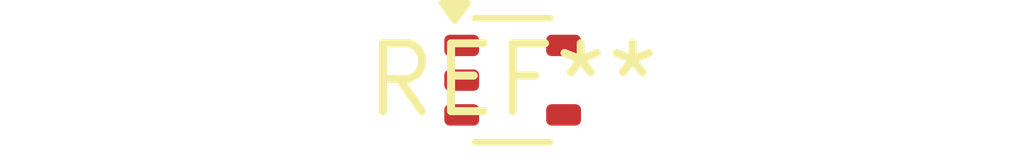
<source format=kicad_pcb>
(kicad_pcb (version 20240108) (generator pcbnew)
  (layers (0 "F.Cu" signal) (31 "B.Cu" signal) (34 "B.Paste" user) (35 "F.Paste" user) (36 "B.SilkS" user "B.Silkscreen") (37 "F.SilkS" user "F.Silkscreen") (38 "B.Mask" user) (39 "F.Mask" user) (44 "Edge.Cuts" user))
  (net 0 "")
  (footprint "SOT-353_SC-70-5" (layer "F.Cu") (at 0 0)
    (property "Reference" "REF**")
    (property "Value" "SOT-353_SC-70-5")
    (fp_line (start -0.71 -1.16) (end 0.7 -1.16) (layer "F.SilkS") (stroke (width 0.12)))
    (fp_line (start -0.7 1.16) (end 0.7 1.16) (layer "F.SilkS") (stroke (width 0.12)))
    (fp_poly (pts (xy -1.08 -1.11) (xy -1.32 -1.44) (xy -0.84 -1.44) (xy -1.08 -1.11)) (layer "F.SilkS") (stroke (width 0.12)) (fill solid))
    (pad "1" smd roundrect (at -0.95 -0.65) (size 0.65 0.4) (layers "F.Cu" "F.Paste" "F.Mask"))
    (pad "2" smd roundrect (at -0.95 0) (size 0.65 0.4) (layers "F.Cu" "F.Paste" "F.Mask"))
    (pad "3" smd roundrect (at -0.95 0.65) (size 0.65 0.4) (layers "F.Cu" "F.Paste" "F.Mask"))
    (pad "4" smd roundrect (at 0.95 0.65) (size 0.65 0.4) (layers "F.Cu" "F.Paste" "F.Mask"))
    (pad "5" smd roundrect (at 0.95 -0.65) (size 0.65 0.4) (layers "F.Cu" "F.Paste" "F.Mask"))
  )
)
</source>
